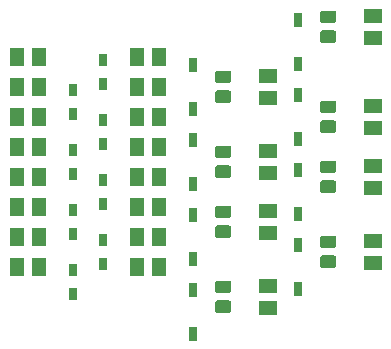
<source format=gbr>
G04 EAGLE Gerber RS-274X export*
G75*
%MOMM*%
%FSLAX34Y34*%
%LPD*%
%INSolderpaste Top*%
%IPPOS*%
%AMOC8*
5,1,8,0,0,1.08239X$1,22.5*%
G01*
%ADD10C,0.504000*%
%ADD11R,0.700000X1.200000*%
%ADD12R,0.800000X1.000000*%
%ADD13R,1.300000X1.500000*%
%ADD14R,1.500000X1.300000*%

G36*
X411191Y523832D02*
X411191Y523832D01*
X411198Y523837D01*
X411202Y523833D01*
X411584Y523924D01*
X411588Y523929D01*
X411592Y523927D01*
X411954Y524077D01*
X411957Y524082D01*
X411961Y524080D01*
X412295Y524285D01*
X412297Y524290D01*
X412301Y524290D01*
X412600Y524545D01*
X412601Y524550D01*
X412605Y524550D01*
X412860Y524849D01*
X412861Y524855D01*
X412865Y524855D01*
X413070Y525189D01*
X413069Y525195D01*
X413074Y525196D01*
X413224Y525558D01*
X413223Y525560D01*
X413224Y525560D01*
X413222Y525563D01*
X413222Y525564D01*
X413226Y525566D01*
X413317Y525948D01*
X413315Y525953D01*
X413317Y525954D01*
X413318Y525955D01*
X413349Y526346D01*
X413347Y526349D01*
X413349Y526350D01*
X413349Y531850D01*
X413347Y531852D01*
X413349Y531854D01*
X413318Y532245D01*
X413314Y532249D01*
X413317Y532252D01*
X413226Y532634D01*
X413221Y532638D01*
X413224Y532642D01*
X413074Y533004D01*
X413068Y533007D01*
X413070Y533011D01*
X412865Y533345D01*
X412860Y533347D01*
X412860Y533351D01*
X412605Y533650D01*
X412600Y533651D01*
X412600Y533655D01*
X412301Y533910D01*
X412295Y533911D01*
X412295Y533915D01*
X411961Y534120D01*
X411955Y534119D01*
X411954Y534124D01*
X411592Y534274D01*
X411586Y534272D01*
X411584Y534276D01*
X411202Y534367D01*
X411197Y534365D01*
X411195Y534368D01*
X410804Y534399D01*
X410801Y534397D01*
X410800Y534399D01*
X401609Y534368D01*
X401602Y534363D01*
X401598Y534367D01*
X401216Y534276D01*
X401212Y534271D01*
X401208Y534274D01*
X400846Y534124D01*
X400843Y534118D01*
X400839Y534120D01*
X400505Y533915D01*
X400503Y533910D01*
X400499Y533910D01*
X400200Y533655D01*
X400199Y533650D01*
X400195Y533650D01*
X399940Y533351D01*
X399939Y533345D01*
X399935Y533345D01*
X399730Y533011D01*
X399731Y533005D01*
X399727Y533004D01*
X399577Y532642D01*
X399578Y532636D01*
X399574Y532634D01*
X399483Y532252D01*
X399485Y532247D01*
X399482Y532245D01*
X399451Y531854D01*
X399453Y531851D01*
X399451Y531850D01*
X399451Y526350D01*
X399453Y526348D01*
X399451Y526346D01*
X399482Y525955D01*
X399486Y525951D01*
X399483Y525948D01*
X399574Y525566D01*
X399579Y525562D01*
X399577Y525558D01*
X399727Y525196D01*
X399732Y525193D01*
X399730Y525189D01*
X399935Y524855D01*
X399940Y524853D01*
X399940Y524849D01*
X400195Y524550D01*
X400200Y524549D01*
X400200Y524545D01*
X400499Y524290D01*
X400505Y524289D01*
X400505Y524285D01*
X400839Y524080D01*
X400845Y524081D01*
X400846Y524077D01*
X401208Y523927D01*
X401214Y523928D01*
X401216Y523924D01*
X401598Y523833D01*
X401603Y523835D01*
X401605Y523832D01*
X401996Y523801D01*
X401999Y523803D01*
X402000Y523801D01*
X411191Y523832D01*
G37*
G36*
X411191Y507032D02*
X411191Y507032D01*
X411198Y507037D01*
X411202Y507033D01*
X411584Y507124D01*
X411588Y507129D01*
X411592Y507127D01*
X411954Y507277D01*
X411957Y507282D01*
X411961Y507280D01*
X412295Y507485D01*
X412297Y507490D01*
X412301Y507490D01*
X412600Y507745D01*
X412601Y507750D01*
X412605Y507750D01*
X412860Y508049D01*
X412861Y508055D01*
X412865Y508055D01*
X413070Y508389D01*
X413069Y508395D01*
X413074Y508396D01*
X413224Y508758D01*
X413223Y508760D01*
X413224Y508760D01*
X413222Y508763D01*
X413222Y508764D01*
X413226Y508766D01*
X413317Y509148D01*
X413315Y509153D01*
X413317Y509154D01*
X413318Y509155D01*
X413349Y509546D01*
X413347Y509549D01*
X413349Y509550D01*
X413349Y515050D01*
X413347Y515052D01*
X413349Y515054D01*
X413318Y515445D01*
X413314Y515449D01*
X413317Y515452D01*
X413226Y515834D01*
X413221Y515838D01*
X413224Y515842D01*
X413074Y516204D01*
X413068Y516207D01*
X413070Y516211D01*
X412865Y516545D01*
X412860Y516547D01*
X412860Y516551D01*
X412605Y516850D01*
X412600Y516851D01*
X412600Y516855D01*
X412301Y517110D01*
X412295Y517111D01*
X412295Y517115D01*
X411961Y517320D01*
X411955Y517319D01*
X411954Y517324D01*
X411592Y517474D01*
X411586Y517472D01*
X411584Y517476D01*
X411202Y517567D01*
X411197Y517565D01*
X411195Y517568D01*
X410804Y517599D01*
X410801Y517597D01*
X410800Y517599D01*
X401609Y517568D01*
X401602Y517563D01*
X401598Y517567D01*
X401216Y517476D01*
X401212Y517471D01*
X401208Y517474D01*
X400846Y517324D01*
X400843Y517318D01*
X400839Y517320D01*
X400505Y517115D01*
X400503Y517110D01*
X400499Y517110D01*
X400200Y516855D01*
X400199Y516850D01*
X400195Y516850D01*
X399940Y516551D01*
X399939Y516545D01*
X399935Y516545D01*
X399730Y516211D01*
X399731Y516205D01*
X399727Y516204D01*
X399577Y515842D01*
X399578Y515836D01*
X399574Y515834D01*
X399483Y515452D01*
X399485Y515447D01*
X399482Y515445D01*
X399451Y515054D01*
X399453Y515051D01*
X399451Y515050D01*
X399451Y509550D01*
X399453Y509548D01*
X399451Y509546D01*
X399482Y509155D01*
X399486Y509151D01*
X399483Y509148D01*
X399574Y508766D01*
X399579Y508762D01*
X399577Y508758D01*
X399727Y508396D01*
X399732Y508393D01*
X399730Y508389D01*
X399935Y508055D01*
X399940Y508053D01*
X399940Y508049D01*
X400195Y507750D01*
X400200Y507749D01*
X400200Y507745D01*
X400499Y507490D01*
X400505Y507489D01*
X400505Y507485D01*
X400839Y507280D01*
X400845Y507281D01*
X400846Y507277D01*
X401208Y507127D01*
X401214Y507128D01*
X401216Y507124D01*
X401598Y507033D01*
X401603Y507035D01*
X401605Y507032D01*
X401996Y507001D01*
X401999Y507003D01*
X402000Y507001D01*
X411191Y507032D01*
G37*
G36*
X322291Y473032D02*
X322291Y473032D01*
X322298Y473037D01*
X322302Y473033D01*
X322684Y473124D01*
X322688Y473129D01*
X322692Y473127D01*
X323054Y473277D01*
X323057Y473282D01*
X323061Y473280D01*
X323395Y473485D01*
X323397Y473490D01*
X323401Y473490D01*
X323700Y473745D01*
X323701Y473750D01*
X323705Y473750D01*
X323960Y474049D01*
X323961Y474055D01*
X323965Y474055D01*
X324170Y474389D01*
X324169Y474395D01*
X324174Y474396D01*
X324324Y474758D01*
X324323Y474760D01*
X324324Y474760D01*
X324322Y474763D01*
X324322Y474764D01*
X324326Y474766D01*
X324417Y475148D01*
X324415Y475153D01*
X324417Y475154D01*
X324418Y475155D01*
X324449Y475546D01*
X324447Y475549D01*
X324449Y475550D01*
X324449Y481050D01*
X324447Y481052D01*
X324449Y481054D01*
X324418Y481445D01*
X324414Y481449D01*
X324417Y481452D01*
X324326Y481834D01*
X324321Y481838D01*
X324324Y481842D01*
X324174Y482204D01*
X324168Y482207D01*
X324170Y482211D01*
X323965Y482545D01*
X323960Y482547D01*
X323960Y482551D01*
X323705Y482850D01*
X323700Y482851D01*
X323700Y482855D01*
X323401Y483110D01*
X323395Y483111D01*
X323395Y483115D01*
X323061Y483320D01*
X323055Y483319D01*
X323054Y483324D01*
X322692Y483474D01*
X322686Y483472D01*
X322684Y483476D01*
X322302Y483567D01*
X322297Y483565D01*
X322295Y483568D01*
X321904Y483599D01*
X321901Y483597D01*
X321900Y483599D01*
X312709Y483568D01*
X312702Y483563D01*
X312698Y483567D01*
X312316Y483476D01*
X312312Y483471D01*
X312308Y483474D01*
X311946Y483324D01*
X311943Y483318D01*
X311939Y483320D01*
X311605Y483115D01*
X311603Y483110D01*
X311599Y483110D01*
X311300Y482855D01*
X311299Y482850D01*
X311295Y482850D01*
X311040Y482551D01*
X311039Y482545D01*
X311035Y482545D01*
X310830Y482211D01*
X310831Y482205D01*
X310827Y482204D01*
X310677Y481842D01*
X310678Y481836D01*
X310674Y481834D01*
X310583Y481452D01*
X310585Y481447D01*
X310582Y481445D01*
X310551Y481054D01*
X310553Y481051D01*
X310551Y481050D01*
X310551Y475550D01*
X310553Y475548D01*
X310551Y475546D01*
X310582Y475155D01*
X310586Y475151D01*
X310583Y475148D01*
X310674Y474766D01*
X310679Y474762D01*
X310677Y474758D01*
X310827Y474396D01*
X310832Y474393D01*
X310830Y474389D01*
X311035Y474055D01*
X311040Y474053D01*
X311040Y474049D01*
X311295Y473750D01*
X311300Y473749D01*
X311300Y473745D01*
X311599Y473490D01*
X311605Y473489D01*
X311605Y473485D01*
X311939Y473280D01*
X311945Y473281D01*
X311946Y473277D01*
X312308Y473127D01*
X312314Y473128D01*
X312316Y473124D01*
X312698Y473033D01*
X312703Y473035D01*
X312705Y473032D01*
X313096Y473001D01*
X313099Y473003D01*
X313100Y473001D01*
X322291Y473032D01*
G37*
G36*
X322291Y456232D02*
X322291Y456232D01*
X322298Y456237D01*
X322302Y456233D01*
X322684Y456324D01*
X322688Y456329D01*
X322692Y456327D01*
X323054Y456477D01*
X323057Y456482D01*
X323061Y456480D01*
X323395Y456685D01*
X323397Y456690D01*
X323401Y456690D01*
X323700Y456945D01*
X323701Y456950D01*
X323705Y456950D01*
X323960Y457249D01*
X323961Y457255D01*
X323965Y457255D01*
X324170Y457589D01*
X324169Y457595D01*
X324174Y457596D01*
X324324Y457958D01*
X324323Y457960D01*
X324324Y457960D01*
X324322Y457963D01*
X324322Y457964D01*
X324326Y457966D01*
X324417Y458348D01*
X324415Y458353D01*
X324417Y458354D01*
X324418Y458355D01*
X324449Y458746D01*
X324447Y458749D01*
X324449Y458750D01*
X324449Y464250D01*
X324447Y464252D01*
X324449Y464254D01*
X324418Y464645D01*
X324414Y464649D01*
X324417Y464652D01*
X324326Y465034D01*
X324321Y465038D01*
X324324Y465042D01*
X324174Y465404D01*
X324168Y465407D01*
X324170Y465411D01*
X323965Y465745D01*
X323960Y465747D01*
X323960Y465751D01*
X323705Y466050D01*
X323700Y466051D01*
X323700Y466055D01*
X323401Y466310D01*
X323395Y466311D01*
X323395Y466315D01*
X323061Y466520D01*
X323055Y466519D01*
X323054Y466524D01*
X322692Y466674D01*
X322686Y466672D01*
X322684Y466676D01*
X322302Y466767D01*
X322297Y466765D01*
X322295Y466768D01*
X321904Y466799D01*
X321901Y466797D01*
X321900Y466799D01*
X312709Y466768D01*
X312702Y466763D01*
X312698Y466767D01*
X312316Y466676D01*
X312312Y466671D01*
X312308Y466674D01*
X311946Y466524D01*
X311943Y466518D01*
X311939Y466520D01*
X311605Y466315D01*
X311603Y466310D01*
X311599Y466310D01*
X311300Y466055D01*
X311299Y466050D01*
X311295Y466050D01*
X311040Y465751D01*
X311039Y465745D01*
X311035Y465745D01*
X310830Y465411D01*
X310831Y465405D01*
X310827Y465404D01*
X310677Y465042D01*
X310678Y465036D01*
X310674Y465034D01*
X310583Y464652D01*
X310585Y464647D01*
X310582Y464645D01*
X310551Y464254D01*
X310553Y464251D01*
X310551Y464250D01*
X310551Y458750D01*
X310553Y458748D01*
X310551Y458746D01*
X310582Y458355D01*
X310586Y458351D01*
X310583Y458348D01*
X310674Y457966D01*
X310679Y457962D01*
X310677Y457958D01*
X310827Y457596D01*
X310832Y457593D01*
X310830Y457589D01*
X311035Y457255D01*
X311040Y457253D01*
X311040Y457249D01*
X311295Y456950D01*
X311300Y456949D01*
X311300Y456945D01*
X311599Y456690D01*
X311605Y456689D01*
X311605Y456685D01*
X311939Y456480D01*
X311945Y456481D01*
X311946Y456477D01*
X312308Y456327D01*
X312314Y456328D01*
X312316Y456324D01*
X312698Y456233D01*
X312703Y456235D01*
X312705Y456232D01*
X313096Y456201D01*
X313099Y456203D01*
X313100Y456201D01*
X322291Y456232D01*
G37*
G36*
X411191Y447632D02*
X411191Y447632D01*
X411198Y447637D01*
X411202Y447633D01*
X411584Y447724D01*
X411588Y447729D01*
X411592Y447727D01*
X411954Y447877D01*
X411957Y447882D01*
X411961Y447880D01*
X412295Y448085D01*
X412297Y448090D01*
X412301Y448090D01*
X412600Y448345D01*
X412601Y448350D01*
X412605Y448350D01*
X412860Y448649D01*
X412861Y448655D01*
X412865Y448655D01*
X413070Y448989D01*
X413069Y448995D01*
X413074Y448996D01*
X413224Y449358D01*
X413223Y449360D01*
X413224Y449360D01*
X413222Y449363D01*
X413222Y449364D01*
X413226Y449366D01*
X413317Y449748D01*
X413315Y449753D01*
X413317Y449754D01*
X413318Y449755D01*
X413349Y450146D01*
X413347Y450149D01*
X413349Y450150D01*
X413349Y455650D01*
X413347Y455652D01*
X413349Y455654D01*
X413318Y456045D01*
X413314Y456049D01*
X413317Y456052D01*
X413226Y456434D01*
X413221Y456438D01*
X413224Y456442D01*
X413074Y456804D01*
X413068Y456807D01*
X413070Y456811D01*
X412865Y457145D01*
X412860Y457147D01*
X412860Y457151D01*
X412605Y457450D01*
X412600Y457451D01*
X412600Y457455D01*
X412301Y457710D01*
X412295Y457711D01*
X412295Y457715D01*
X411961Y457920D01*
X411955Y457919D01*
X411954Y457924D01*
X411592Y458074D01*
X411586Y458072D01*
X411584Y458076D01*
X411202Y458167D01*
X411197Y458165D01*
X411195Y458168D01*
X410804Y458199D01*
X410801Y458197D01*
X410800Y458199D01*
X401609Y458168D01*
X401602Y458163D01*
X401598Y458167D01*
X401216Y458076D01*
X401212Y458071D01*
X401208Y458074D01*
X400846Y457924D01*
X400843Y457918D01*
X400839Y457920D01*
X400505Y457715D01*
X400503Y457710D01*
X400499Y457710D01*
X400200Y457455D01*
X400199Y457450D01*
X400195Y457450D01*
X399940Y457151D01*
X399939Y457145D01*
X399935Y457145D01*
X399730Y456811D01*
X399731Y456805D01*
X399727Y456804D01*
X399577Y456442D01*
X399578Y456436D01*
X399574Y456434D01*
X399483Y456052D01*
X399485Y456047D01*
X399482Y456045D01*
X399451Y455654D01*
X399453Y455651D01*
X399451Y455650D01*
X399451Y450150D01*
X399453Y450148D01*
X399451Y450146D01*
X399482Y449755D01*
X399486Y449751D01*
X399483Y449748D01*
X399574Y449366D01*
X399579Y449362D01*
X399577Y449358D01*
X399727Y448996D01*
X399732Y448993D01*
X399730Y448989D01*
X399935Y448655D01*
X399940Y448653D01*
X399940Y448649D01*
X400195Y448350D01*
X400200Y448349D01*
X400200Y448345D01*
X400499Y448090D01*
X400505Y448089D01*
X400505Y448085D01*
X400839Y447880D01*
X400845Y447881D01*
X400846Y447877D01*
X401208Y447727D01*
X401214Y447728D01*
X401216Y447724D01*
X401598Y447633D01*
X401603Y447635D01*
X401605Y447632D01*
X401996Y447601D01*
X401999Y447603D01*
X402000Y447601D01*
X411191Y447632D01*
G37*
G36*
X411191Y430832D02*
X411191Y430832D01*
X411198Y430837D01*
X411202Y430833D01*
X411584Y430924D01*
X411588Y430929D01*
X411592Y430927D01*
X411954Y431077D01*
X411957Y431082D01*
X411961Y431080D01*
X412295Y431285D01*
X412297Y431290D01*
X412301Y431290D01*
X412600Y431545D01*
X412601Y431550D01*
X412605Y431550D01*
X412860Y431849D01*
X412861Y431855D01*
X412865Y431855D01*
X413070Y432189D01*
X413069Y432195D01*
X413074Y432196D01*
X413224Y432558D01*
X413223Y432560D01*
X413224Y432560D01*
X413222Y432563D01*
X413222Y432564D01*
X413226Y432566D01*
X413317Y432948D01*
X413315Y432953D01*
X413317Y432954D01*
X413318Y432955D01*
X413349Y433346D01*
X413347Y433349D01*
X413349Y433350D01*
X413349Y438850D01*
X413347Y438852D01*
X413349Y438854D01*
X413318Y439245D01*
X413314Y439249D01*
X413317Y439252D01*
X413226Y439634D01*
X413221Y439638D01*
X413224Y439642D01*
X413074Y440004D01*
X413068Y440007D01*
X413070Y440011D01*
X412865Y440345D01*
X412860Y440347D01*
X412860Y440351D01*
X412605Y440650D01*
X412600Y440651D01*
X412600Y440655D01*
X412301Y440910D01*
X412295Y440911D01*
X412295Y440915D01*
X411961Y441120D01*
X411955Y441119D01*
X411954Y441124D01*
X411592Y441274D01*
X411586Y441272D01*
X411584Y441276D01*
X411202Y441367D01*
X411197Y441365D01*
X411195Y441368D01*
X410804Y441399D01*
X410801Y441397D01*
X410800Y441399D01*
X401609Y441368D01*
X401602Y441363D01*
X401598Y441367D01*
X401216Y441276D01*
X401212Y441271D01*
X401208Y441274D01*
X400846Y441124D01*
X400843Y441118D01*
X400839Y441120D01*
X400505Y440915D01*
X400503Y440910D01*
X400499Y440910D01*
X400200Y440655D01*
X400199Y440650D01*
X400195Y440650D01*
X399940Y440351D01*
X399939Y440345D01*
X399935Y440345D01*
X399730Y440011D01*
X399731Y440005D01*
X399727Y440004D01*
X399577Y439642D01*
X399578Y439636D01*
X399574Y439634D01*
X399483Y439252D01*
X399485Y439247D01*
X399482Y439245D01*
X399451Y438854D01*
X399453Y438851D01*
X399451Y438850D01*
X399451Y433350D01*
X399453Y433348D01*
X399451Y433346D01*
X399482Y432955D01*
X399486Y432951D01*
X399483Y432948D01*
X399574Y432566D01*
X399579Y432562D01*
X399577Y432558D01*
X399727Y432196D01*
X399732Y432193D01*
X399730Y432189D01*
X399935Y431855D01*
X399940Y431853D01*
X399940Y431849D01*
X400195Y431550D01*
X400200Y431549D01*
X400200Y431545D01*
X400499Y431290D01*
X400505Y431289D01*
X400505Y431285D01*
X400839Y431080D01*
X400845Y431081D01*
X400846Y431077D01*
X401208Y430927D01*
X401214Y430928D01*
X401216Y430924D01*
X401598Y430833D01*
X401603Y430835D01*
X401605Y430832D01*
X401996Y430801D01*
X401999Y430803D01*
X402000Y430801D01*
X411191Y430832D01*
G37*
G36*
X322291Y409532D02*
X322291Y409532D01*
X322298Y409537D01*
X322302Y409533D01*
X322684Y409624D01*
X322688Y409629D01*
X322692Y409627D01*
X323054Y409777D01*
X323057Y409782D01*
X323061Y409780D01*
X323395Y409985D01*
X323397Y409990D01*
X323401Y409990D01*
X323700Y410245D01*
X323701Y410250D01*
X323705Y410250D01*
X323960Y410549D01*
X323961Y410555D01*
X323965Y410555D01*
X324170Y410889D01*
X324169Y410895D01*
X324174Y410896D01*
X324324Y411258D01*
X324323Y411260D01*
X324324Y411260D01*
X324322Y411263D01*
X324322Y411264D01*
X324326Y411266D01*
X324417Y411648D01*
X324415Y411653D01*
X324417Y411654D01*
X324418Y411655D01*
X324449Y412046D01*
X324447Y412049D01*
X324449Y412050D01*
X324449Y417550D01*
X324447Y417552D01*
X324449Y417554D01*
X324418Y417945D01*
X324414Y417949D01*
X324417Y417952D01*
X324326Y418334D01*
X324321Y418338D01*
X324324Y418342D01*
X324174Y418704D01*
X324168Y418707D01*
X324170Y418711D01*
X323965Y419045D01*
X323960Y419047D01*
X323960Y419051D01*
X323705Y419350D01*
X323700Y419351D01*
X323700Y419355D01*
X323401Y419610D01*
X323395Y419611D01*
X323395Y419615D01*
X323061Y419820D01*
X323055Y419819D01*
X323054Y419824D01*
X322692Y419974D01*
X322686Y419972D01*
X322684Y419976D01*
X322302Y420067D01*
X322297Y420065D01*
X322295Y420068D01*
X321904Y420099D01*
X321901Y420097D01*
X321900Y420099D01*
X312709Y420068D01*
X312702Y420063D01*
X312698Y420067D01*
X312316Y419976D01*
X312312Y419971D01*
X312308Y419974D01*
X311946Y419824D01*
X311943Y419818D01*
X311939Y419820D01*
X311605Y419615D01*
X311603Y419610D01*
X311599Y419610D01*
X311300Y419355D01*
X311299Y419350D01*
X311295Y419350D01*
X311040Y419051D01*
X311039Y419045D01*
X311035Y419045D01*
X310830Y418711D01*
X310831Y418705D01*
X310827Y418704D01*
X310677Y418342D01*
X310678Y418336D01*
X310674Y418334D01*
X310583Y417952D01*
X310585Y417947D01*
X310582Y417945D01*
X310551Y417554D01*
X310553Y417551D01*
X310551Y417550D01*
X310551Y412050D01*
X310553Y412048D01*
X310551Y412046D01*
X310582Y411655D01*
X310586Y411651D01*
X310583Y411648D01*
X310674Y411266D01*
X310679Y411262D01*
X310677Y411258D01*
X310827Y410896D01*
X310832Y410893D01*
X310830Y410889D01*
X311035Y410555D01*
X311040Y410553D01*
X311040Y410549D01*
X311295Y410250D01*
X311300Y410249D01*
X311300Y410245D01*
X311599Y409990D01*
X311605Y409989D01*
X311605Y409985D01*
X311939Y409780D01*
X311945Y409781D01*
X311946Y409777D01*
X312308Y409627D01*
X312314Y409628D01*
X312316Y409624D01*
X312698Y409533D01*
X312703Y409535D01*
X312705Y409532D01*
X313096Y409501D01*
X313099Y409503D01*
X313100Y409501D01*
X322291Y409532D01*
G37*
G36*
X411191Y396832D02*
X411191Y396832D01*
X411198Y396837D01*
X411202Y396833D01*
X411584Y396924D01*
X411588Y396929D01*
X411592Y396927D01*
X411954Y397077D01*
X411957Y397082D01*
X411961Y397080D01*
X412295Y397285D01*
X412297Y397290D01*
X412301Y397290D01*
X412600Y397545D01*
X412601Y397550D01*
X412605Y397550D01*
X412860Y397849D01*
X412861Y397855D01*
X412865Y397855D01*
X413070Y398189D01*
X413069Y398195D01*
X413074Y398196D01*
X413224Y398558D01*
X413223Y398560D01*
X413224Y398560D01*
X413222Y398563D01*
X413222Y398564D01*
X413226Y398566D01*
X413317Y398948D01*
X413315Y398953D01*
X413317Y398954D01*
X413318Y398955D01*
X413349Y399346D01*
X413347Y399349D01*
X413349Y399350D01*
X413349Y404850D01*
X413347Y404852D01*
X413349Y404854D01*
X413318Y405245D01*
X413314Y405249D01*
X413317Y405252D01*
X413226Y405634D01*
X413221Y405638D01*
X413224Y405642D01*
X413074Y406004D01*
X413068Y406007D01*
X413070Y406011D01*
X412865Y406345D01*
X412860Y406347D01*
X412860Y406351D01*
X412605Y406650D01*
X412600Y406651D01*
X412600Y406655D01*
X412301Y406910D01*
X412295Y406911D01*
X412295Y406915D01*
X411961Y407120D01*
X411955Y407119D01*
X411954Y407124D01*
X411592Y407274D01*
X411586Y407272D01*
X411584Y407276D01*
X411202Y407367D01*
X411197Y407365D01*
X411195Y407368D01*
X410804Y407399D01*
X410801Y407397D01*
X410800Y407399D01*
X401609Y407368D01*
X401602Y407363D01*
X401598Y407367D01*
X401216Y407276D01*
X401212Y407271D01*
X401208Y407274D01*
X400846Y407124D01*
X400843Y407118D01*
X400839Y407120D01*
X400505Y406915D01*
X400503Y406910D01*
X400499Y406910D01*
X400200Y406655D01*
X400199Y406650D01*
X400195Y406650D01*
X399940Y406351D01*
X399939Y406345D01*
X399935Y406345D01*
X399730Y406011D01*
X399731Y406005D01*
X399727Y406004D01*
X399577Y405642D01*
X399578Y405636D01*
X399574Y405634D01*
X399483Y405252D01*
X399485Y405247D01*
X399482Y405245D01*
X399451Y404854D01*
X399453Y404851D01*
X399451Y404850D01*
X399451Y399350D01*
X399453Y399348D01*
X399451Y399346D01*
X399482Y398955D01*
X399486Y398951D01*
X399483Y398948D01*
X399574Y398566D01*
X399579Y398562D01*
X399577Y398558D01*
X399727Y398196D01*
X399732Y398193D01*
X399730Y398189D01*
X399935Y397855D01*
X399940Y397853D01*
X399940Y397849D01*
X400195Y397550D01*
X400200Y397549D01*
X400200Y397545D01*
X400499Y397290D01*
X400505Y397289D01*
X400505Y397285D01*
X400839Y397080D01*
X400845Y397081D01*
X400846Y397077D01*
X401208Y396927D01*
X401214Y396928D01*
X401216Y396924D01*
X401598Y396833D01*
X401603Y396835D01*
X401605Y396832D01*
X401996Y396801D01*
X401999Y396803D01*
X402000Y396801D01*
X411191Y396832D01*
G37*
G36*
X322291Y392732D02*
X322291Y392732D01*
X322298Y392737D01*
X322302Y392733D01*
X322684Y392824D01*
X322688Y392829D01*
X322692Y392827D01*
X323054Y392977D01*
X323057Y392982D01*
X323061Y392980D01*
X323395Y393185D01*
X323397Y393190D01*
X323401Y393190D01*
X323700Y393445D01*
X323701Y393450D01*
X323705Y393450D01*
X323960Y393749D01*
X323961Y393755D01*
X323965Y393755D01*
X324170Y394089D01*
X324169Y394095D01*
X324174Y394096D01*
X324324Y394458D01*
X324323Y394460D01*
X324324Y394460D01*
X324322Y394463D01*
X324322Y394464D01*
X324326Y394466D01*
X324417Y394848D01*
X324415Y394853D01*
X324417Y394854D01*
X324418Y394855D01*
X324449Y395246D01*
X324447Y395249D01*
X324449Y395250D01*
X324449Y400750D01*
X324447Y400752D01*
X324449Y400754D01*
X324418Y401145D01*
X324414Y401149D01*
X324417Y401152D01*
X324326Y401534D01*
X324321Y401538D01*
X324324Y401542D01*
X324174Y401904D01*
X324168Y401907D01*
X324170Y401911D01*
X323965Y402245D01*
X323960Y402247D01*
X323960Y402251D01*
X323705Y402550D01*
X323700Y402551D01*
X323700Y402555D01*
X323401Y402810D01*
X323395Y402811D01*
X323395Y402815D01*
X323061Y403020D01*
X323055Y403019D01*
X323054Y403024D01*
X322692Y403174D01*
X322686Y403172D01*
X322684Y403176D01*
X322302Y403267D01*
X322297Y403265D01*
X322295Y403268D01*
X321904Y403299D01*
X321901Y403297D01*
X321900Y403299D01*
X312709Y403268D01*
X312702Y403263D01*
X312698Y403267D01*
X312316Y403176D01*
X312312Y403171D01*
X312308Y403174D01*
X311946Y403024D01*
X311943Y403018D01*
X311939Y403020D01*
X311605Y402815D01*
X311603Y402810D01*
X311599Y402810D01*
X311300Y402555D01*
X311299Y402550D01*
X311295Y402550D01*
X311040Y402251D01*
X311039Y402245D01*
X311035Y402245D01*
X310830Y401911D01*
X310831Y401905D01*
X310827Y401904D01*
X310677Y401542D01*
X310678Y401536D01*
X310674Y401534D01*
X310583Y401152D01*
X310585Y401147D01*
X310582Y401145D01*
X310551Y400754D01*
X310553Y400751D01*
X310551Y400750D01*
X310551Y395250D01*
X310553Y395248D01*
X310551Y395246D01*
X310582Y394855D01*
X310586Y394851D01*
X310583Y394848D01*
X310674Y394466D01*
X310679Y394462D01*
X310677Y394458D01*
X310827Y394096D01*
X310832Y394093D01*
X310830Y394089D01*
X311035Y393755D01*
X311040Y393753D01*
X311040Y393749D01*
X311295Y393450D01*
X311300Y393449D01*
X311300Y393445D01*
X311599Y393190D01*
X311605Y393189D01*
X311605Y393185D01*
X311939Y392980D01*
X311945Y392981D01*
X311946Y392977D01*
X312308Y392827D01*
X312314Y392828D01*
X312316Y392824D01*
X312698Y392733D01*
X312703Y392735D01*
X312705Y392732D01*
X313096Y392701D01*
X313099Y392703D01*
X313100Y392701D01*
X322291Y392732D01*
G37*
G36*
X411191Y380032D02*
X411191Y380032D01*
X411198Y380037D01*
X411202Y380033D01*
X411584Y380124D01*
X411588Y380129D01*
X411592Y380127D01*
X411954Y380277D01*
X411957Y380282D01*
X411961Y380280D01*
X412295Y380485D01*
X412297Y380490D01*
X412301Y380490D01*
X412600Y380745D01*
X412601Y380750D01*
X412605Y380750D01*
X412860Y381049D01*
X412861Y381055D01*
X412865Y381055D01*
X413070Y381389D01*
X413069Y381395D01*
X413074Y381396D01*
X413224Y381758D01*
X413223Y381760D01*
X413224Y381760D01*
X413222Y381763D01*
X413222Y381764D01*
X413226Y381766D01*
X413317Y382148D01*
X413315Y382153D01*
X413317Y382154D01*
X413318Y382155D01*
X413349Y382546D01*
X413347Y382549D01*
X413349Y382550D01*
X413349Y388050D01*
X413347Y388052D01*
X413349Y388054D01*
X413318Y388445D01*
X413314Y388449D01*
X413317Y388452D01*
X413226Y388834D01*
X413221Y388838D01*
X413224Y388842D01*
X413074Y389204D01*
X413068Y389207D01*
X413070Y389211D01*
X412865Y389545D01*
X412860Y389547D01*
X412860Y389551D01*
X412605Y389850D01*
X412600Y389851D01*
X412600Y389855D01*
X412301Y390110D01*
X412295Y390111D01*
X412295Y390115D01*
X411961Y390320D01*
X411955Y390319D01*
X411954Y390324D01*
X411592Y390474D01*
X411586Y390472D01*
X411584Y390476D01*
X411202Y390567D01*
X411197Y390565D01*
X411195Y390568D01*
X410804Y390599D01*
X410801Y390597D01*
X410800Y390599D01*
X401609Y390568D01*
X401602Y390563D01*
X401598Y390567D01*
X401216Y390476D01*
X401212Y390471D01*
X401208Y390474D01*
X400846Y390324D01*
X400843Y390318D01*
X400839Y390320D01*
X400505Y390115D01*
X400503Y390110D01*
X400499Y390110D01*
X400200Y389855D01*
X400199Y389850D01*
X400195Y389850D01*
X399940Y389551D01*
X399939Y389545D01*
X399935Y389545D01*
X399730Y389211D01*
X399731Y389205D01*
X399727Y389204D01*
X399577Y388842D01*
X399578Y388836D01*
X399574Y388834D01*
X399483Y388452D01*
X399485Y388447D01*
X399482Y388445D01*
X399451Y388054D01*
X399453Y388051D01*
X399451Y388050D01*
X399451Y382550D01*
X399453Y382548D01*
X399451Y382546D01*
X399482Y382155D01*
X399486Y382151D01*
X399483Y382148D01*
X399574Y381766D01*
X399579Y381762D01*
X399577Y381758D01*
X399727Y381396D01*
X399732Y381393D01*
X399730Y381389D01*
X399935Y381055D01*
X399940Y381053D01*
X399940Y381049D01*
X400195Y380750D01*
X400200Y380749D01*
X400200Y380745D01*
X400499Y380490D01*
X400505Y380489D01*
X400505Y380485D01*
X400839Y380280D01*
X400845Y380281D01*
X400846Y380277D01*
X401208Y380127D01*
X401214Y380128D01*
X401216Y380124D01*
X401598Y380033D01*
X401603Y380035D01*
X401605Y380032D01*
X401996Y380001D01*
X401999Y380003D01*
X402000Y380001D01*
X411191Y380032D01*
G37*
G36*
X322291Y358732D02*
X322291Y358732D01*
X322298Y358737D01*
X322302Y358733D01*
X322684Y358824D01*
X322688Y358829D01*
X322692Y358827D01*
X323054Y358977D01*
X323057Y358982D01*
X323061Y358980D01*
X323395Y359185D01*
X323397Y359190D01*
X323401Y359190D01*
X323700Y359445D01*
X323701Y359450D01*
X323705Y359450D01*
X323960Y359749D01*
X323961Y359755D01*
X323965Y359755D01*
X324170Y360089D01*
X324169Y360095D01*
X324174Y360096D01*
X324324Y360458D01*
X324323Y360460D01*
X324324Y360460D01*
X324322Y360463D01*
X324322Y360464D01*
X324326Y360466D01*
X324417Y360848D01*
X324415Y360853D01*
X324417Y360854D01*
X324418Y360855D01*
X324449Y361246D01*
X324447Y361249D01*
X324449Y361250D01*
X324449Y366750D01*
X324447Y366752D01*
X324449Y366754D01*
X324418Y367145D01*
X324414Y367149D01*
X324417Y367152D01*
X324326Y367534D01*
X324321Y367538D01*
X324324Y367542D01*
X324174Y367904D01*
X324168Y367907D01*
X324170Y367911D01*
X323965Y368245D01*
X323960Y368247D01*
X323960Y368251D01*
X323705Y368550D01*
X323700Y368551D01*
X323700Y368555D01*
X323401Y368810D01*
X323395Y368811D01*
X323395Y368815D01*
X323061Y369020D01*
X323055Y369019D01*
X323054Y369024D01*
X322692Y369174D01*
X322686Y369172D01*
X322684Y369176D01*
X322302Y369267D01*
X322297Y369265D01*
X322295Y369268D01*
X321904Y369299D01*
X321901Y369297D01*
X321900Y369299D01*
X312709Y369268D01*
X312702Y369263D01*
X312698Y369267D01*
X312316Y369176D01*
X312312Y369171D01*
X312308Y369174D01*
X311946Y369024D01*
X311943Y369018D01*
X311939Y369020D01*
X311605Y368815D01*
X311603Y368810D01*
X311599Y368810D01*
X311300Y368555D01*
X311299Y368550D01*
X311295Y368550D01*
X311040Y368251D01*
X311039Y368245D01*
X311035Y368245D01*
X310830Y367911D01*
X310831Y367905D01*
X310827Y367904D01*
X310677Y367542D01*
X310678Y367536D01*
X310674Y367534D01*
X310583Y367152D01*
X310585Y367147D01*
X310582Y367145D01*
X310551Y366754D01*
X310553Y366751D01*
X310551Y366750D01*
X310551Y361250D01*
X310553Y361248D01*
X310551Y361246D01*
X310582Y360855D01*
X310586Y360851D01*
X310583Y360848D01*
X310674Y360466D01*
X310679Y360462D01*
X310677Y360458D01*
X310827Y360096D01*
X310832Y360093D01*
X310830Y360089D01*
X311035Y359755D01*
X311040Y359753D01*
X311040Y359749D01*
X311295Y359450D01*
X311300Y359449D01*
X311300Y359445D01*
X311599Y359190D01*
X311605Y359189D01*
X311605Y359185D01*
X311939Y358980D01*
X311945Y358981D01*
X311946Y358977D01*
X312308Y358827D01*
X312314Y358828D01*
X312316Y358824D01*
X312698Y358733D01*
X312703Y358735D01*
X312705Y358732D01*
X313096Y358701D01*
X313099Y358703D01*
X313100Y358701D01*
X322291Y358732D01*
G37*
G36*
X322291Y341932D02*
X322291Y341932D01*
X322298Y341937D01*
X322302Y341933D01*
X322684Y342024D01*
X322688Y342029D01*
X322692Y342027D01*
X323054Y342177D01*
X323057Y342182D01*
X323061Y342180D01*
X323395Y342385D01*
X323397Y342390D01*
X323401Y342390D01*
X323700Y342645D01*
X323701Y342650D01*
X323705Y342650D01*
X323960Y342949D01*
X323961Y342955D01*
X323965Y342955D01*
X324170Y343289D01*
X324169Y343295D01*
X324174Y343296D01*
X324324Y343658D01*
X324323Y343660D01*
X324324Y343660D01*
X324322Y343663D01*
X324322Y343664D01*
X324326Y343666D01*
X324417Y344048D01*
X324415Y344053D01*
X324417Y344054D01*
X324418Y344055D01*
X324449Y344446D01*
X324447Y344449D01*
X324449Y344450D01*
X324449Y349950D01*
X324447Y349952D01*
X324449Y349954D01*
X324418Y350345D01*
X324414Y350349D01*
X324417Y350352D01*
X324326Y350734D01*
X324321Y350738D01*
X324324Y350742D01*
X324174Y351104D01*
X324168Y351107D01*
X324170Y351111D01*
X323965Y351445D01*
X323960Y351447D01*
X323960Y351451D01*
X323705Y351750D01*
X323700Y351751D01*
X323700Y351755D01*
X323401Y352010D01*
X323395Y352011D01*
X323395Y352015D01*
X323061Y352220D01*
X323055Y352219D01*
X323054Y352224D01*
X322692Y352374D01*
X322686Y352372D01*
X322684Y352376D01*
X322302Y352467D01*
X322297Y352465D01*
X322295Y352468D01*
X321904Y352499D01*
X321901Y352497D01*
X321900Y352499D01*
X312709Y352468D01*
X312702Y352463D01*
X312698Y352467D01*
X312316Y352376D01*
X312312Y352371D01*
X312308Y352374D01*
X311946Y352224D01*
X311943Y352218D01*
X311939Y352220D01*
X311605Y352015D01*
X311603Y352010D01*
X311599Y352010D01*
X311300Y351755D01*
X311299Y351750D01*
X311295Y351750D01*
X311040Y351451D01*
X311039Y351445D01*
X311035Y351445D01*
X310830Y351111D01*
X310831Y351105D01*
X310827Y351104D01*
X310677Y350742D01*
X310678Y350736D01*
X310674Y350734D01*
X310583Y350352D01*
X310585Y350347D01*
X310582Y350345D01*
X310551Y349954D01*
X310553Y349951D01*
X310551Y349950D01*
X310551Y344450D01*
X310553Y344448D01*
X310551Y344446D01*
X310582Y344055D01*
X310586Y344051D01*
X310583Y344048D01*
X310674Y343666D01*
X310679Y343662D01*
X310677Y343658D01*
X310827Y343296D01*
X310832Y343293D01*
X310830Y343289D01*
X311035Y342955D01*
X311040Y342953D01*
X311040Y342949D01*
X311295Y342650D01*
X311300Y342649D01*
X311300Y342645D01*
X311599Y342390D01*
X311605Y342389D01*
X311605Y342385D01*
X311939Y342180D01*
X311945Y342181D01*
X311946Y342177D01*
X312308Y342027D01*
X312314Y342028D01*
X312316Y342024D01*
X312698Y341933D01*
X312703Y341935D01*
X312705Y341932D01*
X313096Y341901D01*
X313099Y341903D01*
X313100Y341901D01*
X322291Y341932D01*
G37*
G36*
X411191Y333332D02*
X411191Y333332D01*
X411198Y333337D01*
X411202Y333333D01*
X411584Y333424D01*
X411588Y333429D01*
X411592Y333427D01*
X411954Y333577D01*
X411957Y333582D01*
X411961Y333580D01*
X412295Y333785D01*
X412297Y333790D01*
X412301Y333790D01*
X412600Y334045D01*
X412601Y334050D01*
X412605Y334050D01*
X412860Y334349D01*
X412861Y334355D01*
X412865Y334355D01*
X413070Y334689D01*
X413069Y334695D01*
X413074Y334696D01*
X413224Y335058D01*
X413223Y335060D01*
X413224Y335060D01*
X413222Y335063D01*
X413222Y335064D01*
X413226Y335066D01*
X413317Y335448D01*
X413315Y335453D01*
X413317Y335454D01*
X413318Y335455D01*
X413349Y335846D01*
X413347Y335849D01*
X413349Y335850D01*
X413349Y341350D01*
X413347Y341352D01*
X413349Y341354D01*
X413318Y341745D01*
X413314Y341749D01*
X413317Y341752D01*
X413226Y342134D01*
X413221Y342138D01*
X413224Y342142D01*
X413074Y342504D01*
X413068Y342507D01*
X413070Y342511D01*
X412865Y342845D01*
X412860Y342847D01*
X412860Y342851D01*
X412605Y343150D01*
X412600Y343151D01*
X412600Y343155D01*
X412301Y343410D01*
X412295Y343411D01*
X412295Y343415D01*
X411961Y343620D01*
X411955Y343619D01*
X411954Y343624D01*
X411592Y343774D01*
X411586Y343772D01*
X411584Y343776D01*
X411202Y343867D01*
X411197Y343865D01*
X411195Y343868D01*
X410804Y343899D01*
X410801Y343897D01*
X410800Y343899D01*
X401609Y343868D01*
X401602Y343863D01*
X401598Y343867D01*
X401216Y343776D01*
X401212Y343771D01*
X401208Y343774D01*
X400846Y343624D01*
X400843Y343618D01*
X400839Y343620D01*
X400505Y343415D01*
X400503Y343410D01*
X400499Y343410D01*
X400200Y343155D01*
X400199Y343150D01*
X400195Y343150D01*
X399940Y342851D01*
X399939Y342845D01*
X399935Y342845D01*
X399730Y342511D01*
X399731Y342505D01*
X399727Y342504D01*
X399577Y342142D01*
X399578Y342136D01*
X399574Y342134D01*
X399483Y341752D01*
X399485Y341747D01*
X399482Y341745D01*
X399451Y341354D01*
X399453Y341351D01*
X399451Y341350D01*
X399451Y335850D01*
X399453Y335848D01*
X399451Y335846D01*
X399482Y335455D01*
X399486Y335451D01*
X399483Y335448D01*
X399574Y335066D01*
X399579Y335062D01*
X399577Y335058D01*
X399727Y334696D01*
X399732Y334693D01*
X399730Y334689D01*
X399935Y334355D01*
X399940Y334353D01*
X399940Y334349D01*
X400195Y334050D01*
X400200Y334049D01*
X400200Y334045D01*
X400499Y333790D01*
X400505Y333789D01*
X400505Y333785D01*
X400839Y333580D01*
X400845Y333581D01*
X400846Y333577D01*
X401208Y333427D01*
X401214Y333428D01*
X401216Y333424D01*
X401598Y333333D01*
X401603Y333335D01*
X401605Y333332D01*
X401996Y333301D01*
X401999Y333303D01*
X402000Y333301D01*
X411191Y333332D01*
G37*
G36*
X411191Y316532D02*
X411191Y316532D01*
X411198Y316537D01*
X411202Y316533D01*
X411584Y316624D01*
X411588Y316629D01*
X411592Y316627D01*
X411954Y316777D01*
X411957Y316782D01*
X411961Y316780D01*
X412295Y316985D01*
X412297Y316990D01*
X412301Y316990D01*
X412600Y317245D01*
X412601Y317250D01*
X412605Y317250D01*
X412860Y317549D01*
X412861Y317555D01*
X412865Y317555D01*
X413070Y317889D01*
X413069Y317895D01*
X413074Y317896D01*
X413224Y318258D01*
X413223Y318260D01*
X413224Y318260D01*
X413222Y318263D01*
X413222Y318264D01*
X413226Y318266D01*
X413317Y318648D01*
X413315Y318653D01*
X413317Y318654D01*
X413318Y318655D01*
X413349Y319046D01*
X413347Y319049D01*
X413349Y319050D01*
X413349Y324550D01*
X413347Y324552D01*
X413349Y324554D01*
X413318Y324945D01*
X413314Y324949D01*
X413317Y324952D01*
X413226Y325334D01*
X413221Y325338D01*
X413224Y325342D01*
X413074Y325704D01*
X413068Y325707D01*
X413070Y325711D01*
X412865Y326045D01*
X412860Y326047D01*
X412860Y326051D01*
X412605Y326350D01*
X412600Y326351D01*
X412600Y326355D01*
X412301Y326610D01*
X412295Y326611D01*
X412295Y326615D01*
X411961Y326820D01*
X411955Y326819D01*
X411954Y326824D01*
X411592Y326974D01*
X411586Y326972D01*
X411584Y326976D01*
X411202Y327067D01*
X411197Y327065D01*
X411195Y327068D01*
X410804Y327099D01*
X410801Y327097D01*
X410800Y327099D01*
X401609Y327068D01*
X401602Y327063D01*
X401598Y327067D01*
X401216Y326976D01*
X401212Y326971D01*
X401208Y326974D01*
X400846Y326824D01*
X400843Y326818D01*
X400839Y326820D01*
X400505Y326615D01*
X400503Y326610D01*
X400499Y326610D01*
X400200Y326355D01*
X400199Y326350D01*
X400195Y326350D01*
X399940Y326051D01*
X399939Y326045D01*
X399935Y326045D01*
X399730Y325711D01*
X399731Y325705D01*
X399727Y325704D01*
X399577Y325342D01*
X399578Y325336D01*
X399574Y325334D01*
X399483Y324952D01*
X399485Y324947D01*
X399482Y324945D01*
X399451Y324554D01*
X399453Y324551D01*
X399451Y324550D01*
X399451Y319050D01*
X399453Y319048D01*
X399451Y319046D01*
X399482Y318655D01*
X399486Y318651D01*
X399483Y318648D01*
X399574Y318266D01*
X399579Y318262D01*
X399577Y318258D01*
X399727Y317896D01*
X399732Y317893D01*
X399730Y317889D01*
X399935Y317555D01*
X399940Y317553D01*
X399940Y317549D01*
X400195Y317250D01*
X400200Y317249D01*
X400200Y317245D01*
X400499Y316990D01*
X400505Y316989D01*
X400505Y316985D01*
X400839Y316780D01*
X400845Y316781D01*
X400846Y316777D01*
X401208Y316627D01*
X401214Y316628D01*
X401216Y316624D01*
X401598Y316533D01*
X401603Y316535D01*
X401605Y316532D01*
X401996Y316501D01*
X401999Y316503D01*
X402000Y316501D01*
X411191Y316532D01*
G37*
G36*
X322291Y295232D02*
X322291Y295232D01*
X322298Y295237D01*
X322302Y295233D01*
X322684Y295324D01*
X322688Y295329D01*
X322692Y295327D01*
X323054Y295477D01*
X323057Y295482D01*
X323061Y295480D01*
X323395Y295685D01*
X323397Y295690D01*
X323401Y295690D01*
X323700Y295945D01*
X323701Y295950D01*
X323705Y295950D01*
X323960Y296249D01*
X323961Y296255D01*
X323965Y296255D01*
X324170Y296589D01*
X324169Y296595D01*
X324174Y296596D01*
X324324Y296958D01*
X324323Y296960D01*
X324324Y296960D01*
X324322Y296963D01*
X324322Y296964D01*
X324326Y296966D01*
X324417Y297348D01*
X324415Y297353D01*
X324417Y297354D01*
X324418Y297355D01*
X324449Y297746D01*
X324447Y297749D01*
X324449Y297750D01*
X324449Y303250D01*
X324447Y303252D01*
X324449Y303254D01*
X324418Y303645D01*
X324414Y303649D01*
X324417Y303652D01*
X324326Y304034D01*
X324321Y304038D01*
X324324Y304042D01*
X324174Y304404D01*
X324168Y304407D01*
X324170Y304411D01*
X323965Y304745D01*
X323960Y304747D01*
X323960Y304751D01*
X323705Y305050D01*
X323700Y305051D01*
X323700Y305055D01*
X323401Y305310D01*
X323395Y305311D01*
X323395Y305315D01*
X323061Y305520D01*
X323055Y305519D01*
X323054Y305524D01*
X322692Y305674D01*
X322686Y305672D01*
X322684Y305676D01*
X322302Y305767D01*
X322297Y305765D01*
X322295Y305768D01*
X321904Y305799D01*
X321901Y305797D01*
X321900Y305799D01*
X312709Y305768D01*
X312702Y305763D01*
X312698Y305767D01*
X312316Y305676D01*
X312312Y305671D01*
X312308Y305674D01*
X311946Y305524D01*
X311943Y305518D01*
X311939Y305520D01*
X311605Y305315D01*
X311603Y305310D01*
X311599Y305310D01*
X311300Y305055D01*
X311299Y305050D01*
X311295Y305050D01*
X311040Y304751D01*
X311039Y304745D01*
X311035Y304745D01*
X310830Y304411D01*
X310831Y304405D01*
X310827Y304404D01*
X310677Y304042D01*
X310678Y304036D01*
X310674Y304034D01*
X310583Y303652D01*
X310585Y303647D01*
X310582Y303645D01*
X310551Y303254D01*
X310553Y303251D01*
X310551Y303250D01*
X310551Y297750D01*
X310553Y297748D01*
X310551Y297746D01*
X310582Y297355D01*
X310586Y297351D01*
X310583Y297348D01*
X310674Y296966D01*
X310679Y296962D01*
X310677Y296958D01*
X310827Y296596D01*
X310832Y296593D01*
X310830Y296589D01*
X311035Y296255D01*
X311040Y296253D01*
X311040Y296249D01*
X311295Y295950D01*
X311300Y295949D01*
X311300Y295945D01*
X311599Y295690D01*
X311605Y295689D01*
X311605Y295685D01*
X311939Y295480D01*
X311945Y295481D01*
X311946Y295477D01*
X312308Y295327D01*
X312314Y295328D01*
X312316Y295324D01*
X312698Y295233D01*
X312703Y295235D01*
X312705Y295232D01*
X313096Y295201D01*
X313099Y295203D01*
X313100Y295201D01*
X322291Y295232D01*
G37*
G36*
X322291Y278432D02*
X322291Y278432D01*
X322298Y278437D01*
X322302Y278433D01*
X322684Y278524D01*
X322688Y278529D01*
X322692Y278527D01*
X323054Y278677D01*
X323057Y278682D01*
X323061Y278680D01*
X323395Y278885D01*
X323397Y278890D01*
X323401Y278890D01*
X323700Y279145D01*
X323701Y279150D01*
X323705Y279150D01*
X323960Y279449D01*
X323961Y279455D01*
X323965Y279455D01*
X324170Y279789D01*
X324169Y279795D01*
X324174Y279796D01*
X324324Y280158D01*
X324323Y280160D01*
X324324Y280160D01*
X324322Y280163D01*
X324322Y280164D01*
X324326Y280166D01*
X324417Y280548D01*
X324415Y280553D01*
X324417Y280554D01*
X324418Y280555D01*
X324449Y280946D01*
X324447Y280949D01*
X324449Y280950D01*
X324449Y286450D01*
X324447Y286452D01*
X324449Y286454D01*
X324418Y286845D01*
X324414Y286849D01*
X324417Y286852D01*
X324326Y287234D01*
X324321Y287238D01*
X324324Y287242D01*
X324174Y287604D01*
X324168Y287607D01*
X324170Y287611D01*
X323965Y287945D01*
X323960Y287947D01*
X323960Y287951D01*
X323705Y288250D01*
X323700Y288251D01*
X323700Y288255D01*
X323401Y288510D01*
X323395Y288511D01*
X323395Y288515D01*
X323061Y288720D01*
X323055Y288719D01*
X323054Y288724D01*
X322692Y288874D01*
X322686Y288872D01*
X322684Y288876D01*
X322302Y288967D01*
X322297Y288965D01*
X322295Y288968D01*
X321904Y288999D01*
X321901Y288997D01*
X321900Y288999D01*
X312709Y288968D01*
X312702Y288963D01*
X312698Y288967D01*
X312316Y288876D01*
X312312Y288871D01*
X312308Y288874D01*
X311946Y288724D01*
X311943Y288718D01*
X311939Y288720D01*
X311605Y288515D01*
X311603Y288510D01*
X311599Y288510D01*
X311300Y288255D01*
X311299Y288250D01*
X311295Y288250D01*
X311040Y287951D01*
X311039Y287945D01*
X311035Y287945D01*
X310830Y287611D01*
X310831Y287605D01*
X310827Y287604D01*
X310677Y287242D01*
X310678Y287236D01*
X310674Y287234D01*
X310583Y286852D01*
X310585Y286847D01*
X310582Y286845D01*
X310551Y286454D01*
X310553Y286451D01*
X310551Y286450D01*
X310551Y280950D01*
X310553Y280948D01*
X310551Y280946D01*
X310582Y280555D01*
X310586Y280551D01*
X310583Y280548D01*
X310674Y280166D01*
X310679Y280162D01*
X310677Y280158D01*
X310827Y279796D01*
X310832Y279793D01*
X310830Y279789D01*
X311035Y279455D01*
X311040Y279453D01*
X311040Y279449D01*
X311295Y279150D01*
X311300Y279149D01*
X311300Y279145D01*
X311599Y278890D01*
X311605Y278889D01*
X311605Y278885D01*
X311939Y278680D01*
X311945Y278681D01*
X311946Y278677D01*
X312308Y278527D01*
X312314Y278528D01*
X312316Y278524D01*
X312698Y278433D01*
X312703Y278435D01*
X312705Y278432D01*
X313096Y278401D01*
X313099Y278403D01*
X313100Y278401D01*
X322291Y278432D01*
G37*
D10*
X321880Y303230D02*
X321880Y297770D01*
X313120Y297770D01*
X313120Y303230D01*
X321880Y303230D01*
X321880Y302558D02*
X313120Y302558D01*
X313120Y286430D02*
X313120Y280970D01*
X313120Y286430D02*
X321880Y286430D01*
X321880Y280970D01*
X313120Y280970D01*
X313120Y285758D02*
X321880Y285758D01*
X410780Y335870D02*
X410780Y341330D01*
X410780Y335870D02*
X402020Y335870D01*
X402020Y341330D01*
X410780Y341330D01*
X410780Y340658D02*
X402020Y340658D01*
X402020Y324530D02*
X402020Y319070D01*
X402020Y324530D02*
X410780Y324530D01*
X410780Y319070D01*
X402020Y319070D01*
X402020Y323858D02*
X410780Y323858D01*
X321880Y361270D02*
X321880Y366730D01*
X321880Y361270D02*
X313120Y361270D01*
X313120Y366730D01*
X321880Y366730D01*
X321880Y366058D02*
X313120Y366058D01*
X313120Y349930D02*
X313120Y344470D01*
X313120Y349930D02*
X321880Y349930D01*
X321880Y344470D01*
X313120Y344470D01*
X313120Y349258D02*
X321880Y349258D01*
X410780Y399370D02*
X410780Y404830D01*
X410780Y399370D02*
X402020Y399370D01*
X402020Y404830D01*
X410780Y404830D01*
X410780Y404158D02*
X402020Y404158D01*
X402020Y388030D02*
X402020Y382570D01*
X402020Y388030D02*
X410780Y388030D01*
X410780Y382570D01*
X402020Y382570D01*
X402020Y387358D02*
X410780Y387358D01*
X321880Y412070D02*
X321880Y417530D01*
X321880Y412070D02*
X313120Y412070D01*
X313120Y417530D01*
X321880Y417530D01*
X321880Y416858D02*
X313120Y416858D01*
X313120Y400730D02*
X313120Y395270D01*
X313120Y400730D02*
X321880Y400730D01*
X321880Y395270D01*
X313120Y395270D01*
X313120Y400058D02*
X321880Y400058D01*
X410780Y450170D02*
X410780Y455630D01*
X410780Y450170D02*
X402020Y450170D01*
X402020Y455630D01*
X410780Y455630D01*
X410780Y454958D02*
X402020Y454958D01*
X402020Y438830D02*
X402020Y433370D01*
X402020Y438830D02*
X410780Y438830D01*
X410780Y433370D01*
X402020Y433370D01*
X402020Y438158D02*
X410780Y438158D01*
X321880Y475570D02*
X321880Y481030D01*
X321880Y475570D02*
X313120Y475570D01*
X313120Y481030D01*
X321880Y481030D01*
X321880Y480358D02*
X313120Y480358D01*
X313120Y464230D02*
X313120Y458770D01*
X313120Y464230D02*
X321880Y464230D01*
X321880Y458770D01*
X313120Y458770D01*
X313120Y463558D02*
X321880Y463558D01*
X410780Y526370D02*
X410780Y531830D01*
X410780Y526370D02*
X402020Y526370D01*
X402020Y531830D01*
X410780Y531830D01*
X410780Y531158D02*
X402020Y531158D01*
X402020Y515030D02*
X402020Y509570D01*
X402020Y515030D02*
X410780Y515030D01*
X410780Y509570D01*
X402020Y509570D01*
X402020Y514358D02*
X410780Y514358D01*
D11*
X292100Y297900D03*
X292100Y260900D03*
D12*
X190500Y396400D03*
X190500Y416400D03*
D11*
X381000Y463000D03*
X381000Y426000D03*
D12*
X215900Y421800D03*
X215900Y441800D03*
D11*
X292100Y488400D03*
X292100Y451400D03*
D12*
X190500Y447200D03*
X190500Y467200D03*
D11*
X381000Y526500D03*
X381000Y489500D03*
D12*
X215900Y472600D03*
X215900Y492600D03*
X190500Y294800D03*
X190500Y314800D03*
D11*
X381000Y336000D03*
X381000Y299000D03*
D12*
X215900Y320200D03*
X215900Y340200D03*
D11*
X292100Y361400D03*
X292100Y324400D03*
D12*
X190500Y345600D03*
X190500Y365600D03*
D11*
X381000Y399500D03*
X381000Y362500D03*
D12*
X215900Y371000D03*
X215900Y391000D03*
D11*
X292100Y424900D03*
X292100Y387900D03*
D13*
X142900Y317500D03*
X161900Y317500D03*
X142900Y393700D03*
X161900Y393700D03*
X244500Y393700D03*
X263500Y393700D03*
D14*
X444500Y384200D03*
X444500Y403200D03*
D13*
X142900Y419100D03*
X161900Y419100D03*
X244500Y419100D03*
X263500Y419100D03*
D14*
X355600Y396900D03*
X355600Y415900D03*
D13*
X142900Y444500D03*
X161900Y444500D03*
X244500Y444500D03*
X263500Y444500D03*
D14*
X444500Y435000D03*
X444500Y454000D03*
D13*
X142900Y469900D03*
X161900Y469900D03*
X244500Y317500D03*
X263500Y317500D03*
X244500Y469900D03*
X263500Y469900D03*
D14*
X355600Y460400D03*
X355600Y479400D03*
D13*
X142900Y495300D03*
X161900Y495300D03*
X244500Y495300D03*
X263500Y495300D03*
D14*
X444500Y511200D03*
X444500Y530200D03*
X355600Y282600D03*
X355600Y301600D03*
D13*
X142900Y342900D03*
X161900Y342900D03*
X244500Y342900D03*
X263500Y342900D03*
D14*
X444500Y320700D03*
X444500Y339700D03*
D13*
X142900Y368300D03*
X161900Y368300D03*
X244500Y368300D03*
X263500Y368300D03*
D14*
X355600Y346100D03*
X355600Y365100D03*
M02*

</source>
